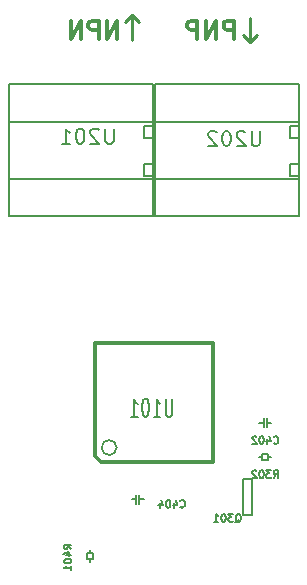
<source format=gbo>
G04 #@! TF.GenerationSoftware,KiCad,Pcbnew,(5.1.5)-3*
G04 #@! TF.CreationDate,2021-08-10T21:54:11+02:00*
G04 #@! TF.ProjectId,eam,65616d2e-6b69-4636-9164-5f7063625858,0429 -*
G04 #@! TF.SameCoordinates,Original*
G04 #@! TF.FileFunction,Legend,Bot*
G04 #@! TF.FilePolarity,Positive*
%FSLAX46Y46*%
G04 Gerber Fmt 4.6, Leading zero omitted, Abs format (unit mm)*
G04 Created by KiCad (PCBNEW (5.1.5)-3) date 2021-08-10 21:54:11*
%MOMM*%
%LPD*%
G04 APERTURE LIST*
%ADD10C,0.300000*%
%ADD11C,0.254000*%
%ADD12C,0.100000*%
%ADD13C,0.127000*%
%ADD14C,0.304800*%
%ADD15C,0.203200*%
G04 APERTURE END LIST*
D10*
X109164285Y-102878571D02*
X109164285Y-101378571D01*
X108307142Y-102878571D01*
X108307142Y-101378571D01*
X107592857Y-102878571D02*
X107592857Y-101378571D01*
X107021428Y-101378571D01*
X106878571Y-101450000D01*
X106807142Y-101521428D01*
X106735714Y-101664285D01*
X106735714Y-101878571D01*
X106807142Y-102021428D01*
X106878571Y-102092857D01*
X107021428Y-102164285D01*
X107592857Y-102164285D01*
X106092857Y-102878571D02*
X106092857Y-101378571D01*
X105235714Y-102878571D01*
X105235714Y-101378571D01*
X119028571Y-102878571D02*
X119028571Y-101378571D01*
X118457142Y-101378571D01*
X118314285Y-101450000D01*
X118242857Y-101521428D01*
X118171428Y-101664285D01*
X118171428Y-101878571D01*
X118242857Y-102021428D01*
X118314285Y-102092857D01*
X118457142Y-102164285D01*
X119028571Y-102164285D01*
X117528571Y-102878571D02*
X117528571Y-101378571D01*
X116671428Y-102878571D01*
X116671428Y-101378571D01*
X115957142Y-102878571D02*
X115957142Y-101378571D01*
X115385714Y-101378571D01*
X115242857Y-101450000D01*
X115171428Y-101521428D01*
X115100000Y-101664285D01*
X115100000Y-101878571D01*
X115171428Y-102021428D01*
X115242857Y-102092857D01*
X115385714Y-102164285D01*
X115957142Y-102164285D01*
D11*
X110400000Y-103000000D02*
X110400000Y-100900000D01*
D12*
X110400000Y-100900000D02*
X111000000Y-101500000D01*
D11*
X110400000Y-100900000D02*
X109800000Y-101500000D01*
X111000000Y-101500000D02*
X110400000Y-100900000D01*
X119800000Y-102600000D02*
X120400000Y-103200000D01*
X120400000Y-103200000D02*
X121000000Y-102600000D01*
D12*
X120400000Y-103200000D02*
X119800000Y-102600000D01*
D11*
X120400000Y-101100000D02*
X120400000Y-103200000D01*
D13*
X121827000Y-135400000D02*
X122208000Y-135400000D01*
X121827000Y-135781000D02*
X121827000Y-135019000D01*
X121192000Y-135400000D02*
X121573000Y-135400000D01*
X121573000Y-135400000D02*
X121573000Y-135781000D01*
X121573000Y-135781000D02*
X121573000Y-135019000D01*
X111027000Y-141519000D02*
X111027000Y-142281000D01*
X111027000Y-141900000D02*
X111027000Y-141519000D01*
X111408000Y-141900000D02*
X111027000Y-141900000D01*
X110773000Y-141519000D02*
X110773000Y-142281000D01*
X110773000Y-141900000D02*
X110392000Y-141900000D01*
X120581000Y-143224000D02*
X120581000Y-140176000D01*
X120581000Y-140176000D02*
X119819000Y-140176000D01*
X119819000Y-140176000D02*
X119819000Y-143224000D01*
X119819000Y-143224000D02*
X120581000Y-143224000D01*
X121446000Y-138300000D02*
X121192000Y-138300000D01*
X122208000Y-138300000D02*
X121954000Y-138300000D01*
X121954000Y-138046000D02*
X121954000Y-138427000D01*
X121954000Y-138427000D02*
X121954000Y-138554000D01*
X121954000Y-138554000D02*
X121446000Y-138554000D01*
X121446000Y-138554000D02*
X121446000Y-138046000D01*
X121446000Y-138046000D02*
X121954000Y-138046000D01*
X106900000Y-146446000D02*
X106900000Y-146192000D01*
X106900000Y-147208000D02*
X106900000Y-146954000D01*
X107154000Y-146954000D02*
X106773000Y-146954000D01*
X106773000Y-146954000D02*
X106646000Y-146954000D01*
X106646000Y-146954000D02*
X106646000Y-146446000D01*
X106646000Y-146446000D02*
X107154000Y-146446000D01*
X107154000Y-146446000D02*
X107154000Y-146954000D01*
D14*
X117303800Y-138703800D02*
X117303800Y-128696200D01*
X117303800Y-128696200D02*
X107296200Y-128696200D01*
X107296200Y-138221200D02*
X107296200Y-128696200D01*
X107778800Y-138703800D02*
X117303800Y-138703800D01*
X107296200Y-138221200D02*
X107778800Y-138703800D01*
D15*
X109125000Y-137510000D02*
G75*
G03X109125000Y-137510000I-635000J0D01*
G01*
X111399000Y-111333000D02*
X112161000Y-111333000D01*
X111399000Y-110317000D02*
X111399000Y-111333000D01*
X112161000Y-110317000D02*
X111399000Y-110317000D01*
X112161000Y-114762000D02*
X112161000Y-106761000D01*
X99969000Y-106761000D02*
X99969000Y-114762000D01*
X112161000Y-106761000D02*
X99969000Y-106761000D01*
X99969000Y-114762000D02*
X112161000Y-114762000D01*
X99969000Y-117937000D02*
X112161000Y-117937000D01*
X112161000Y-109936000D02*
X99969000Y-109936000D01*
X99969000Y-109936000D02*
X99969000Y-117937000D01*
X112161000Y-117937000D02*
X112161000Y-109936000D01*
X112161000Y-113492000D02*
X111399000Y-113492000D01*
X111399000Y-113492000D02*
X111399000Y-114508000D01*
X111399000Y-114508000D02*
X112161000Y-114508000D01*
X123799000Y-114508000D02*
X124561000Y-114508000D01*
X123799000Y-113492000D02*
X123799000Y-114508000D01*
X124561000Y-113492000D02*
X123799000Y-113492000D01*
X124561000Y-117937000D02*
X124561000Y-109936000D01*
X112369000Y-109936000D02*
X112369000Y-117937000D01*
X124561000Y-109936000D02*
X112369000Y-109936000D01*
X112369000Y-117937000D02*
X124561000Y-117937000D01*
X112369000Y-114762000D02*
X124561000Y-114762000D01*
X124561000Y-106761000D02*
X112369000Y-106761000D01*
X112369000Y-106761000D02*
X112369000Y-114762000D01*
X124561000Y-114762000D02*
X124561000Y-106761000D01*
X124561000Y-110317000D02*
X123799000Y-110317000D01*
X123799000Y-110317000D02*
X123799000Y-111333000D01*
X123799000Y-111333000D02*
X124561000Y-111333000D01*
D13*
X122410595Y-137126785D02*
X122440833Y-137157023D01*
X122531547Y-137187261D01*
X122592023Y-137187261D01*
X122682738Y-137157023D01*
X122743214Y-137096547D01*
X122773452Y-137036071D01*
X122803690Y-136915119D01*
X122803690Y-136824404D01*
X122773452Y-136703452D01*
X122743214Y-136642976D01*
X122682738Y-136582500D01*
X122592023Y-136552261D01*
X122531547Y-136552261D01*
X122440833Y-136582500D01*
X122410595Y-136612738D01*
X121866309Y-136763928D02*
X121866309Y-137187261D01*
X122017500Y-136522023D02*
X122168690Y-136975595D01*
X121775595Y-136975595D01*
X121412738Y-136552261D02*
X121352261Y-136552261D01*
X121291785Y-136582500D01*
X121261547Y-136612738D01*
X121231309Y-136673214D01*
X121201071Y-136794166D01*
X121201071Y-136945357D01*
X121231309Y-137066309D01*
X121261547Y-137126785D01*
X121291785Y-137157023D01*
X121352261Y-137187261D01*
X121412738Y-137187261D01*
X121473214Y-137157023D01*
X121503452Y-137126785D01*
X121533690Y-137066309D01*
X121563928Y-136945357D01*
X121563928Y-136794166D01*
X121533690Y-136673214D01*
X121503452Y-136612738D01*
X121473214Y-136582500D01*
X121412738Y-136552261D01*
X120959166Y-136612738D02*
X120928928Y-136582500D01*
X120868452Y-136552261D01*
X120717261Y-136552261D01*
X120656785Y-136582500D01*
X120626547Y-136612738D01*
X120596309Y-136673214D01*
X120596309Y-136733690D01*
X120626547Y-136824404D01*
X120989404Y-137187261D01*
X120596309Y-137187261D01*
X114510595Y-142526785D02*
X114540833Y-142557023D01*
X114631547Y-142587261D01*
X114692023Y-142587261D01*
X114782738Y-142557023D01*
X114843214Y-142496547D01*
X114873452Y-142436071D01*
X114903690Y-142315119D01*
X114903690Y-142224404D01*
X114873452Y-142103452D01*
X114843214Y-142042976D01*
X114782738Y-141982500D01*
X114692023Y-141952261D01*
X114631547Y-141952261D01*
X114540833Y-141982500D01*
X114510595Y-142012738D01*
X113966309Y-142163928D02*
X113966309Y-142587261D01*
X114117500Y-141922023D02*
X114268690Y-142375595D01*
X113875595Y-142375595D01*
X113512738Y-141952261D02*
X113452261Y-141952261D01*
X113391785Y-141982500D01*
X113361547Y-142012738D01*
X113331309Y-142073214D01*
X113301071Y-142194166D01*
X113301071Y-142345357D01*
X113331309Y-142466309D01*
X113361547Y-142526785D01*
X113391785Y-142557023D01*
X113452261Y-142587261D01*
X113512738Y-142587261D01*
X113573214Y-142557023D01*
X113603452Y-142526785D01*
X113633690Y-142466309D01*
X113663928Y-142345357D01*
X113663928Y-142194166D01*
X113633690Y-142073214D01*
X113603452Y-142012738D01*
X113573214Y-141982500D01*
X113512738Y-141952261D01*
X112756785Y-142163928D02*
X112756785Y-142587261D01*
X112907976Y-141922023D02*
X113059166Y-142375595D01*
X112666071Y-142375595D01*
X119165238Y-143847738D02*
X119225714Y-143817500D01*
X119286190Y-143757023D01*
X119376904Y-143666309D01*
X119437380Y-143636071D01*
X119497857Y-143636071D01*
X119467619Y-143787261D02*
X119528095Y-143757023D01*
X119588571Y-143696547D01*
X119618809Y-143575595D01*
X119618809Y-143363928D01*
X119588571Y-143242976D01*
X119528095Y-143182500D01*
X119467619Y-143152261D01*
X119346666Y-143152261D01*
X119286190Y-143182500D01*
X119225714Y-143242976D01*
X119195476Y-143363928D01*
X119195476Y-143575595D01*
X119225714Y-143696547D01*
X119286190Y-143757023D01*
X119346666Y-143787261D01*
X119467619Y-143787261D01*
X118983809Y-143152261D02*
X118590714Y-143152261D01*
X118802380Y-143394166D01*
X118711666Y-143394166D01*
X118651190Y-143424404D01*
X118620952Y-143454642D01*
X118590714Y-143515119D01*
X118590714Y-143666309D01*
X118620952Y-143726785D01*
X118651190Y-143757023D01*
X118711666Y-143787261D01*
X118893095Y-143787261D01*
X118953571Y-143757023D01*
X118983809Y-143726785D01*
X118197619Y-143152261D02*
X118137142Y-143152261D01*
X118076666Y-143182500D01*
X118046428Y-143212738D01*
X118016190Y-143273214D01*
X117985952Y-143394166D01*
X117985952Y-143545357D01*
X118016190Y-143666309D01*
X118046428Y-143726785D01*
X118076666Y-143757023D01*
X118137142Y-143787261D01*
X118197619Y-143787261D01*
X118258095Y-143757023D01*
X118288333Y-143726785D01*
X118318571Y-143666309D01*
X118348809Y-143545357D01*
X118348809Y-143394166D01*
X118318571Y-143273214D01*
X118288333Y-143212738D01*
X118258095Y-143182500D01*
X118197619Y-143152261D01*
X117381190Y-143787261D02*
X117744047Y-143787261D01*
X117562619Y-143787261D02*
X117562619Y-143152261D01*
X117623095Y-143242976D01*
X117683571Y-143303452D01*
X117744047Y-143333690D01*
X122410595Y-140087261D02*
X122622261Y-139784880D01*
X122773452Y-140087261D02*
X122773452Y-139452261D01*
X122531547Y-139452261D01*
X122471071Y-139482500D01*
X122440833Y-139512738D01*
X122410595Y-139573214D01*
X122410595Y-139663928D01*
X122440833Y-139724404D01*
X122471071Y-139754642D01*
X122531547Y-139784880D01*
X122773452Y-139784880D01*
X122198928Y-139452261D02*
X121805833Y-139452261D01*
X122017500Y-139694166D01*
X121926785Y-139694166D01*
X121866309Y-139724404D01*
X121836071Y-139754642D01*
X121805833Y-139815119D01*
X121805833Y-139966309D01*
X121836071Y-140026785D01*
X121866309Y-140057023D01*
X121926785Y-140087261D01*
X122108214Y-140087261D01*
X122168690Y-140057023D01*
X122198928Y-140026785D01*
X121412738Y-139452261D02*
X121352261Y-139452261D01*
X121291785Y-139482500D01*
X121261547Y-139512738D01*
X121231309Y-139573214D01*
X121201071Y-139694166D01*
X121201071Y-139845357D01*
X121231309Y-139966309D01*
X121261547Y-140026785D01*
X121291785Y-140057023D01*
X121352261Y-140087261D01*
X121412738Y-140087261D01*
X121473214Y-140057023D01*
X121503452Y-140026785D01*
X121533690Y-139966309D01*
X121563928Y-139845357D01*
X121563928Y-139694166D01*
X121533690Y-139573214D01*
X121503452Y-139512738D01*
X121473214Y-139482500D01*
X121412738Y-139452261D01*
X120959166Y-139512738D02*
X120928928Y-139482500D01*
X120868452Y-139452261D01*
X120717261Y-139452261D01*
X120656785Y-139482500D01*
X120626547Y-139512738D01*
X120596309Y-139573214D01*
X120596309Y-139633690D01*
X120626547Y-139724404D01*
X120989404Y-140087261D01*
X120596309Y-140087261D01*
X105287261Y-146089404D02*
X104984880Y-145877738D01*
X105287261Y-145726547D02*
X104652261Y-145726547D01*
X104652261Y-145968452D01*
X104682500Y-146028928D01*
X104712738Y-146059166D01*
X104773214Y-146089404D01*
X104863928Y-146089404D01*
X104924404Y-146059166D01*
X104954642Y-146028928D01*
X104984880Y-145968452D01*
X104984880Y-145726547D01*
X104863928Y-146633690D02*
X105287261Y-146633690D01*
X104622023Y-146482500D02*
X105075595Y-146331309D01*
X105075595Y-146724404D01*
X104652261Y-147087261D02*
X104652261Y-147147738D01*
X104682500Y-147208214D01*
X104712738Y-147238452D01*
X104773214Y-147268690D01*
X104894166Y-147298928D01*
X105045357Y-147298928D01*
X105166309Y-147268690D01*
X105226785Y-147238452D01*
X105257023Y-147208214D01*
X105287261Y-147147738D01*
X105287261Y-147087261D01*
X105257023Y-147026785D01*
X105226785Y-146996547D01*
X105166309Y-146966309D01*
X105045357Y-146936071D01*
X104894166Y-146936071D01*
X104773214Y-146966309D01*
X104712738Y-146996547D01*
X104682500Y-147026785D01*
X104652261Y-147087261D01*
X105287261Y-147903690D02*
X105287261Y-147540833D01*
X105287261Y-147722261D02*
X104652261Y-147722261D01*
X104742976Y-147661785D01*
X104803452Y-147601309D01*
X104833690Y-147540833D01*
D15*
X113841714Y-133365428D02*
X113841714Y-134599142D01*
X113793333Y-134744285D01*
X113744952Y-134816857D01*
X113648190Y-134889428D01*
X113454666Y-134889428D01*
X113357904Y-134816857D01*
X113309523Y-134744285D01*
X113261142Y-134599142D01*
X113261142Y-133365428D01*
X112245142Y-134889428D02*
X112825714Y-134889428D01*
X112535428Y-134889428D02*
X112535428Y-133365428D01*
X112632190Y-133583142D01*
X112728952Y-133728285D01*
X112825714Y-133800857D01*
X111616190Y-133365428D02*
X111519428Y-133365428D01*
X111422666Y-133438000D01*
X111374285Y-133510571D01*
X111325904Y-133655714D01*
X111277523Y-133946000D01*
X111277523Y-134308857D01*
X111325904Y-134599142D01*
X111374285Y-134744285D01*
X111422666Y-134816857D01*
X111519428Y-134889428D01*
X111616190Y-134889428D01*
X111712952Y-134816857D01*
X111761333Y-134744285D01*
X111809714Y-134599142D01*
X111858095Y-134308857D01*
X111858095Y-133946000D01*
X111809714Y-133655714D01*
X111761333Y-133510571D01*
X111712952Y-133438000D01*
X111616190Y-133365428D01*
X110309904Y-134889428D02*
X110890476Y-134889428D01*
X110600190Y-134889428D02*
X110600190Y-133365428D01*
X110696952Y-133583142D01*
X110793714Y-133728285D01*
X110890476Y-133800857D01*
D13*
X108877142Y-110504523D02*
X108877142Y-111532619D01*
X108816666Y-111653571D01*
X108756190Y-111714047D01*
X108635238Y-111774523D01*
X108393333Y-111774523D01*
X108272380Y-111714047D01*
X108211904Y-111653571D01*
X108151428Y-111532619D01*
X108151428Y-110504523D01*
X107607142Y-110625476D02*
X107546666Y-110565000D01*
X107425714Y-110504523D01*
X107123333Y-110504523D01*
X107002380Y-110565000D01*
X106941904Y-110625476D01*
X106881428Y-110746428D01*
X106881428Y-110867380D01*
X106941904Y-111048809D01*
X107667619Y-111774523D01*
X106881428Y-111774523D01*
X106095238Y-110504523D02*
X105974285Y-110504523D01*
X105853333Y-110565000D01*
X105792857Y-110625476D01*
X105732380Y-110746428D01*
X105671904Y-110988333D01*
X105671904Y-111290714D01*
X105732380Y-111532619D01*
X105792857Y-111653571D01*
X105853333Y-111714047D01*
X105974285Y-111774523D01*
X106095238Y-111774523D01*
X106216190Y-111714047D01*
X106276666Y-111653571D01*
X106337142Y-111532619D01*
X106397619Y-111290714D01*
X106397619Y-110988333D01*
X106337142Y-110746428D01*
X106276666Y-110625476D01*
X106216190Y-110565000D01*
X106095238Y-110504523D01*
X104462380Y-111774523D02*
X105188095Y-111774523D01*
X104825238Y-111774523D02*
X104825238Y-110504523D01*
X104946190Y-110685952D01*
X105067142Y-110806904D01*
X105188095Y-110867380D01*
X121277142Y-110704523D02*
X121277142Y-111732619D01*
X121216666Y-111853571D01*
X121156190Y-111914047D01*
X121035238Y-111974523D01*
X120793333Y-111974523D01*
X120672380Y-111914047D01*
X120611904Y-111853571D01*
X120551428Y-111732619D01*
X120551428Y-110704523D01*
X120007142Y-110825476D02*
X119946666Y-110765000D01*
X119825714Y-110704523D01*
X119523333Y-110704523D01*
X119402380Y-110765000D01*
X119341904Y-110825476D01*
X119281428Y-110946428D01*
X119281428Y-111067380D01*
X119341904Y-111248809D01*
X120067619Y-111974523D01*
X119281428Y-111974523D01*
X118495238Y-110704523D02*
X118374285Y-110704523D01*
X118253333Y-110765000D01*
X118192857Y-110825476D01*
X118132380Y-110946428D01*
X118071904Y-111188333D01*
X118071904Y-111490714D01*
X118132380Y-111732619D01*
X118192857Y-111853571D01*
X118253333Y-111914047D01*
X118374285Y-111974523D01*
X118495238Y-111974523D01*
X118616190Y-111914047D01*
X118676666Y-111853571D01*
X118737142Y-111732619D01*
X118797619Y-111490714D01*
X118797619Y-111188333D01*
X118737142Y-110946428D01*
X118676666Y-110825476D01*
X118616190Y-110765000D01*
X118495238Y-110704523D01*
X117588095Y-110825476D02*
X117527619Y-110765000D01*
X117406666Y-110704523D01*
X117104285Y-110704523D01*
X116983333Y-110765000D01*
X116922857Y-110825476D01*
X116862380Y-110946428D01*
X116862380Y-111067380D01*
X116922857Y-111248809D01*
X117648571Y-111974523D01*
X116862380Y-111974523D01*
M02*

</source>
